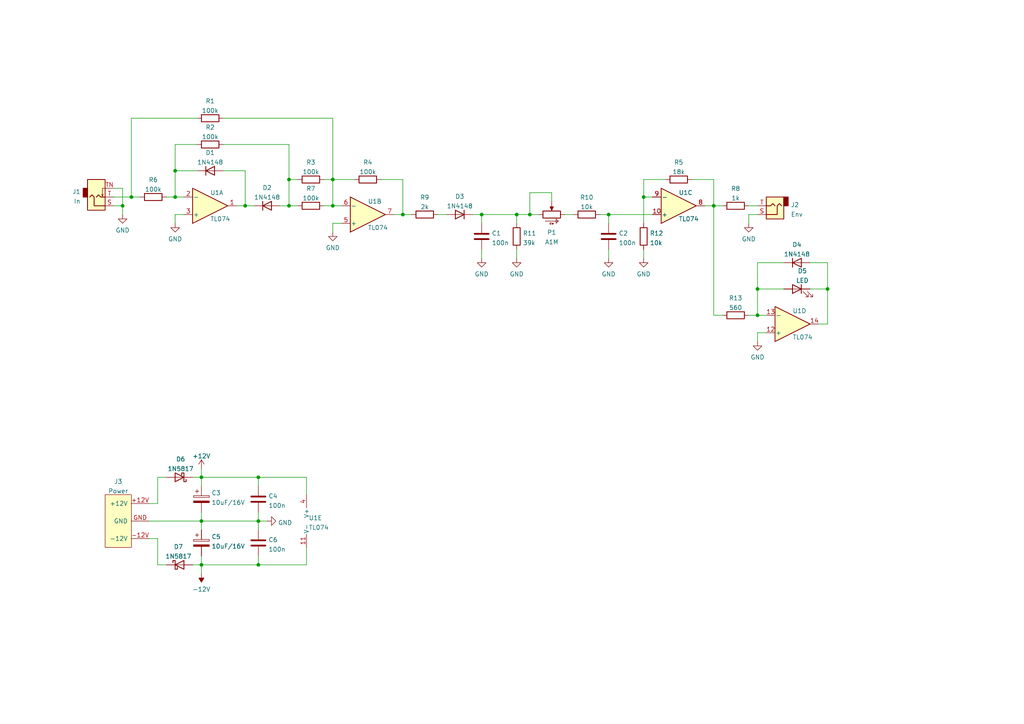
<source format=kicad_sch>
(kicad_sch (version 20211123) (generator eeschema)
  (paper "A4")
  (lib_symbols
    (symbol "Amplifier_Operational:TL074" (pin_names (offset 0.127))
      (property "Reference" "U" (at 0 5.08 0))
      (property "Value" "TL074" (at 0 -5.08 0))
      (symbol "TL074_1_1"
        (polyline (pts (xy -5.08 5.08) (xy 5.08 0) (xy -5.08 -5.08) (xy -5.08 5.08)) (stroke (width 0.254)) (fill (type background)))
        (pin output line (at 7.62 0 180) (length 2.54) (name "~") (number "1"))
        (pin input line (at -7.62 -2.54 0) (length 2.54) (name "-") (number "2"))
        (pin input line (at -7.62 2.54 0) (length 2.54) (name "+") (number "3"))
      )
      (symbol "TL074_2_1"
        (polyline (pts (xy -5.08 5.08) (xy 5.08 0) (xy -5.08 -5.08) (xy -5.08 5.08)) (stroke (width 0.254)) (fill (type background)))
        (pin input line (at -7.62 2.54 0) (length 2.54) (name "+") (number "5"))
        (pin input line (at -7.62 -2.54 0) (length 2.54) (name "-") (number "6"))
        (pin output line (at 7.62 0 180) (length 2.54) (name "~") (number "7"))
      )
      (symbol "TL074_3_1"
        (polyline (pts (xy -5.08 5.08) (xy 5.08 0) (xy -5.08 -5.08) (xy -5.08 5.08)) (stroke (width 0.254)) (fill (type background)))
        (pin input line (at -7.62 2.54 0) (length 2.54) (name "+") (number "10"))
        (pin output line (at 7.62 0 180) (length 2.54) (name "~") (number "8"))
        (pin input line (at -7.62 -2.54 0) (length 2.54) (name "-") (number "9"))
      )
      (symbol "TL074_4_1"
        (polyline (pts (xy -5.08 5.08) (xy 5.08 0) (xy -5.08 -5.08) (xy -5.08 5.08)) (stroke (width 0.254)) (fill (type background)))
        (pin input line (at -7.62 2.54 0) (length 2.54) (name "+") (number "12"))
        (pin input line (at -7.62 -2.54 0) (length 2.54) (name "-") (number "13"))
        (pin output line (at 7.62 0 180) (length 2.54) (name "~") (number "14"))
      )
      (symbol "TL074_5_1"
        (pin power_in line (at -2.54 -7.62 90) (length 3.81) (name "V-") (number "11"))
        (pin power_in line (at -2.54 7.62 270) (length 3.81) (name "V+") (number "4"))
      )
    )
    (symbol "Connector:AudioJack2"
      (property "Reference" "J" (at 0 8.89 0))
      (property "Value" "AudioJack2" (at 0 6.35 0))
      (symbol "AudioJack2_0_1"
        (rectangle (start -3.81 0) (end -2.54 -2.54) (stroke (width 0.254)) (fill (type outline)))
        (rectangle (start -2.54 3.81) (end 2.54 -2.54) (stroke (width 0.254)) (fill (type background)))
        (polyline (pts (xy 0 0) (xy 0.635 -0.635) (xy 1.27 0) (xy 2.54 0)) (stroke (width 0.254)))
        (polyline (pts (xy 2.54 2.54) (xy -0.635 2.54) (xy -0.635 0) (xy -1.27 -0.635) (xy -1.905 0)) (stroke (width 0.254)))
      )
      (symbol "AudioJack2_1_1"
        (pin passive line (at 5.08 2.54 180) (length 2.54) (name "~") (number "S"))
        (pin passive line (at 5.08 0 180) (length 2.54) (name "~") (number "T"))
      )
    )
    (symbol "Connector:AudioJack2_SwitchT"
      (property "Reference" "J" (at 0 8.89 0))
      (property "Value" "AudioJack2_SwitchT" (at 0 6.35 0))
      (symbol "AudioJack2_SwitchT_0_1"
        (rectangle (start -2.54 0) (end -3.81 -2.54) (stroke (width 0.254)) (fill (type outline)))
        (polyline (pts (xy 1.778 -0.254) (xy 2.032 -0.762)))
        (polyline (pts (xy 0 0) (xy 0.635 -0.635) (xy 1.27 0) (xy 2.54 0)) (stroke (width 0.254)))
        (polyline (pts (xy 2.54 -2.54) (xy 1.778 -2.54) (xy 1.778 -0.254) (xy 1.524 -0.762)))
        (polyline (pts (xy 2.54 2.54) (xy -0.635 2.54) (xy -0.635 0) (xy -1.27 -0.635) (xy -1.905 0)) (stroke (width 0.254)))
        (rectangle (start 2.54 3.81) (end -2.54 -5.08) (stroke (width 0.254)) (fill (type background)))
      )
      (symbol "AudioJack2_SwitchT_1_1"
        (pin passive line (at 5.08 2.54 180) (length 2.54) (name "~") (number "S"))
        (pin passive line (at 5.08 0 180) (length 2.54) (name "~") (number "T"))
        (pin passive line (at 5.08 -2.54 180) (length 2.54) (name "~") (number "TN"))
      )
    )
    (symbol "Device:C" (pin_numbers hide) (pin_names (offset 0.254))
      (property "Reference" "C" (at 0.635 2.54 0))
      (property "Value" "C" (at 0.635 -2.54 0))
      (symbol "C_0_1"
        (polyline (pts (xy -2.032 -0.762) (xy 2.032 -0.762)) (stroke (width 0.508)))
        (polyline (pts (xy -2.032 0.762) (xy 2.032 0.762)) (stroke (width 0.508)))
      )
      (symbol "C_1_1"
        (pin passive line (at 0 3.81 270) (length 2.794) (name "~") (number "1"))
        (pin passive line (at 0 -3.81 90) (length 2.794) (name "~") (number "2"))
      )
    )
    (symbol "Device:C_Polarized" (pin_numbers hide) (pin_names (offset 0.254))
      (property "Reference" "C" (at 0.635 2.54 0))
      (property "Value" "C_Polarized" (at 0.635 -2.54 0))
      (symbol "C_Polarized_0_1"
        (rectangle (start -2.286 0.508) (end 2.286 1.016))
        (polyline (pts (xy -1.778 2.286) (xy -0.762 2.286)))
        (polyline (pts (xy -1.27 2.794) (xy -1.27 1.778)))
        (rectangle (start 2.286 -0.508) (end -2.286 -1.016) (fill (type outline)))
      )
      (symbol "C_Polarized_1_1"
        (pin passive line (at 0 3.81 270) (length 2.794) (name "~") (number "1"))
        (pin passive line (at 0 -3.81 90) (length 2.794) (name "~") (number "2"))
      )
    )
    (symbol "Device:LED" (pin_numbers hide) (pin_names (offset 1.016) hide)
      (property "Reference" "D" (at 0 2.54 0))
      (property "Value" "LED" (at 0 -2.54 0))
      (symbol "LED_0_1"
        (polyline (pts (xy -1.27 -1.27) (xy -1.27 1.27)) (stroke (width 0.254)))
        (polyline (pts (xy -1.27 0) (xy 1.27 0)))
        (polyline (pts (xy 1.27 -1.27) (xy 1.27 1.27) (xy -1.27 0) (xy 1.27 -1.27)) (stroke (width 0.254)))
        (polyline (pts (xy -3.048 -0.762) (xy -4.572 -2.286) (xy -3.81 -2.286) (xy -4.572 -2.286) (xy -4.572 -1.524)))
        (polyline (pts (xy -1.778 -0.762) (xy -3.302 -2.286) (xy -2.54 -2.286) (xy -3.302 -2.286) (xy -3.302 -1.524)))
      )
      (symbol "LED_1_1"
        (pin passive line (at -3.81 0 0) (length 2.54) (name "K") (number "1"))
        (pin passive line (at 3.81 0 180) (length 2.54) (name "A") (number "2"))
      )
    )
    (symbol "Device:R" (pin_numbers hide) (pin_names (offset 0))
      (property "Reference" "R" (at 2.032 0 90))
      (property "Value" "R" (at 0 0 90))
      (symbol "R_0_1"
        (rectangle (start -1.016 -2.54) (end 1.016 2.54) (stroke (width 0.254)))
      )
      (symbol "R_1_1"
        (pin passive line (at 0 3.81 270) (length 1.27) (name "~") (number "1"))
        (pin passive line (at 0 -3.81 90) (length 1.27) (name "~") (number "2"))
      )
    )
    (symbol "Device_Additional:R_POT" (pin_names (offset 1.016))
      (property "Reference" "P" (at -5.715 0 90))
      (property "Value" "R_POT" (at -3.81 0 90))
      (symbol "R_POT_0_0"
        (text "cw" (at -2.54 0 900) (effects (font (size 0.635 0.635))))
      )
      (symbol "R_POT_0_1"
        (polyline (pts (xy -1.905 -1.905) (xy -1.905 1.905) (xy -2.54 1.27) (xy -1.27 1.27) (xy -1.905 1.905)))
      )
      (symbol "R_POT_1_1"
        (polyline (pts (xy 2.54 0) (xy 1.524 0)))
        (polyline (pts (xy 1.143 0) (xy 2.286 0.508) (xy 2.286 -0.508) (xy 1.143 0)) (fill (type outline)))
        (rectangle (start 1.016 2.54) (end -1.016 -2.54) (stroke (width 0.254)))
        (pin passive line (at 0 -3.81 90) (length 1.27) (name "CCW") (number "CCW"))
        (pin passive line (at 0 3.81 270) (length 1.27) (name "CW") (number "CW"))
        (pin passive line (at 3.81 0 180) (length 1.27) (name "W") (number "W"))
      )
    )
    (symbol "Diode:1N4148" (pin_numbers hide) (pin_names (offset 1.016) hide)
      (property "Reference" "D" (at 0 2.54 0))
      (property "Value" "1N4148" (at 0 -2.54 0))
      (symbol "1N4148_0_1"
        (polyline (pts (xy -1.27 1.27) (xy -1.27 -1.27)) (stroke (width 0.254)))
        (polyline (pts (xy 1.27 0) (xy -1.27 0)))
        (polyline (pts (xy 1.27 1.27) (xy 1.27 -1.27) (xy -1.27 0) (xy 1.27 1.27)) (stroke (width 0.254)))
      )
      (symbol "1N4148_1_1"
        (pin passive line (at -3.81 0 0) (length 2.54) (name "K") (number "1"))
        (pin passive line (at 3.81 0 180) (length 2.54) (name "A") (number "2"))
      )
    )
    (symbol "Diode:1N5817" (pin_numbers hide) (pin_names (offset 1.016) hide)
      (property "Reference" "D" (at 0 2.54 0))
      (property "Value" "1N5817" (at 0 -2.54 0))
      (symbol "1N5817_0_1"
        (polyline (pts (xy 1.27 0) (xy -1.27 0)))
        (polyline (pts (xy 1.27 1.27) (xy 1.27 -1.27) (xy -1.27 0) (xy 1.27 1.27)) (stroke (width 0.254)))
        (polyline (pts (xy -1.905 0.635) (xy -1.905 1.27) (xy -1.27 1.27) (xy -1.27 -1.27) (xy -0.635 -1.27) (xy -0.635 -0.635)) (stroke (width 0.254)))
      )
      (symbol "1N5817_1_1"
        (pin passive line (at -3.81 0 0) (length 2.54) (name "K") (number "1"))
        (pin passive line (at 3.81 0 180) (length 2.54) (name "A") (number "2"))
      )
    )
    (symbol "Eurorack_Synth:Power_2x5" (pin_names (offset 1.016))
      (property "Reference" "J" (at 0 10.16 0))
      (property "Value" "Power_2x5" (at 0 8.89 0))
      (symbol "Power_2x5_0_1"
        (rectangle (start 3.81 7.62) (end -3.81 -7.62) (fill (type background)))
      )
      (symbol "Power_2x5_1_1"
        (pin power_out line (at 8.89 5.08 180) (length 5.08) (name "+12V") (number "+12V"))
        (pin power_out line (at 8.89 -5.08 180) (length 5.08) (name "-12V") (number "-12V"))
        (pin power_out line (at 8.89 0 180) (length 5.08) (name "GND") (number "GND"))
      )
    )
    (symbol "power:+12V" (power) (pin_names (offset 0))
      (property "Value" "+12V" (at 0 3.556 0))
      (symbol "+12V_0_1"
        (polyline (pts (xy -0.762 1.27) (xy 0 2.54)))
        (polyline (pts (xy 0 0) (xy 0 2.54)))
        (polyline (pts (xy 0 2.54) (xy 0.762 1.27)))
      )
      (symbol "+12V_1_1"
        (pin power_in line (at 0 0 90) (length 0) hide (name "+12V") (number "1"))
      )
    )
    (symbol "power:-12V" (power) (pin_names (offset 0))
      (property "Value" "-12V" (at 0 3.81 0))
      (symbol "-12V_0_0"
        (pin power_in line (at 0 0 90) (length 0) hide (name "-12V") (number "1"))
      )
      (symbol "-12V_0_1"
        (polyline (pts (xy 0 0) (xy 0 1.27) (xy 0.762 1.27) (xy 0 2.54) (xy -0.762 1.27) (xy 0 1.27)) (fill (type outline)))
      )
    )
    (symbol "power:GND" (power) (pin_names (offset 0))
      (property "Value" "GND" (at 0 -3.81 0))
      (symbol "GND_0_1"
        (polyline (pts (xy 0 0) (xy 0 -1.27) (xy 1.27 -1.27) (xy 0 -2.54) (xy -1.27 -1.27) (xy 0 -1.27)))
      )
      (symbol "GND_1_1"
        (pin power_in line (at 0 0 270) (length 0) hide (name "GND") (number "1"))
      )
    )
  )
  (junction (at 71.12 59.69))
  (junction (at 74.93 138.43))
  (junction (at 139.7 62.23))
  (junction (at 74.93 163.83))
  (junction (at 219.71 91.44))
  (junction (at 50.8 57.15))
  (junction (at 58.42 151.13))
  (junction (at 50.8 49.53))
  (junction (at 176.53 62.23))
  (junction (at 83.82 59.69))
  (junction (at 207.01 59.69))
  (junction (at 58.42 163.83))
  (junction (at 38.1 57.15))
  (junction (at 149.86 62.23))
  (junction (at 153.67 62.23))
  (junction (at 96.52 59.69))
  (junction (at 240.03 83.82))
  (junction (at 186.69 57.15))
  (junction (at 58.42 138.43))
  (junction (at 83.82 52.07))
  (junction (at 74.93 151.13))
  (junction (at 35.56 59.69))
  (junction (at 96.52 52.07))
  (junction (at 116.84 62.23))
  (junction (at 219.71 83.82))
  (wire (pts (xy 207.01 59.69) (xy 207.01 91.44)))
  (wire (pts (xy 176.53 62.23) (xy 176.53 64.77)))
  (wire (pts (xy 193.04 52.07) (xy 186.69 52.07)))
  (wire (pts (xy 83.82 59.69) (xy 86.36 59.69)))
  (wire (pts (xy 237.49 93.98) (xy 240.03 93.98)))
  (wire (pts (xy 207.01 52.07) (xy 207.01 59.69)))
  (wire (pts (xy 186.69 57.15) (xy 186.69 64.77)))
  (wire (pts (xy 219.71 91.44) (xy 222.25 91.44)))
  (wire (pts (xy 217.17 62.23) (xy 217.17 64.77)))
  (wire (pts (xy 45.72 163.83) (xy 48.26 163.83)))
  (wire (pts (xy 74.93 163.83) (xy 88.9 163.83)))
  (wire (pts (xy 217.17 59.69) (xy 219.71 59.69)))
  (wire (pts (xy 74.93 148.59) (xy 74.93 151.13)))
  (wire (pts (xy 96.52 59.69) (xy 99.06 59.69)))
  (wire (pts (xy 38.1 57.15) (xy 40.64 57.15)))
  (wire (pts (xy 139.7 72.39) (xy 139.7 74.93)))
  (wire (pts (xy 43.18 156.21) (xy 45.72 156.21)))
  (wire (pts (xy 149.86 62.23) (xy 149.86 64.77)))
  (wire (pts (xy 45.72 156.21) (xy 45.72 163.83)))
  (wire (pts (xy 58.42 135.89) (xy 58.42 138.43)))
  (wire (pts (xy 71.12 59.69) (xy 73.66 59.69)))
  (wire (pts (xy 116.84 52.07) (xy 116.84 62.23)))
  (wire (pts (xy 219.71 96.52) (xy 219.71 99.06)))
  (wire (pts (xy 43.18 146.05) (xy 45.72 146.05)))
  (wire (pts (xy 74.93 151.13) (xy 77.47 151.13)))
  (wire (pts (xy 110.49 52.07) (xy 116.84 52.07)))
  (wire (pts (xy 240.03 76.2) (xy 240.03 83.82)))
  (wire (pts (xy 219.71 96.52) (xy 222.25 96.52)))
  (wire (pts (xy 234.95 76.2) (xy 240.03 76.2)))
  (wire (pts (xy 88.9 163.83) (xy 88.9 158.75)))
  (wire (pts (xy 149.86 62.23) (xy 153.67 62.23)))
  (wire (pts (xy 114.3 62.23) (xy 116.84 62.23)))
  (wire (pts (xy 58.42 163.83) (xy 58.42 166.37)))
  (wire (pts (xy 33.02 59.69) (xy 35.56 59.69)))
  (wire (pts (xy 33.02 54.61) (xy 35.56 54.61)))
  (wire (pts (xy 83.82 41.91) (xy 83.82 52.07)))
  (wire (pts (xy 173.99 62.23) (xy 176.53 62.23)))
  (wire (pts (xy 99.06 64.77) (xy 96.52 64.77)))
  (wire (pts (xy 209.55 91.44) (xy 207.01 91.44)))
  (wire (pts (xy 58.42 138.43) (xy 74.93 138.43)))
  (wire (pts (xy 74.93 138.43) (xy 88.9 138.43)))
  (wire (pts (xy 58.42 163.83) (xy 74.93 163.83)))
  (wire (pts (xy 240.03 83.82) (xy 240.03 93.98)))
  (wire (pts (xy 93.98 52.07) (xy 96.52 52.07)))
  (wire (pts (xy 149.86 72.39) (xy 149.86 74.93)))
  (wire (pts (xy 139.7 62.23) (xy 139.7 64.77)))
  (wire (pts (xy 50.8 49.53) (xy 50.8 57.15)))
  (wire (pts (xy 217.17 91.44) (xy 219.71 91.44)))
  (wire (pts (xy 45.72 146.05) (xy 45.72 138.43)))
  (wire (pts (xy 207.01 59.69) (xy 204.47 59.69)))
  (wire (pts (xy 186.69 72.39) (xy 186.69 74.93)))
  (wire (pts (xy 45.72 138.43) (xy 48.26 138.43)))
  (wire (pts (xy 96.52 64.77) (xy 96.52 67.31)))
  (wire (pts (xy 163.83 62.23) (xy 166.37 62.23)))
  (wire (pts (xy 96.52 52.07) (xy 96.52 59.69)))
  (wire (pts (xy 58.42 161.29) (xy 58.42 163.83)))
  (wire (pts (xy 96.52 52.07) (xy 102.87 52.07)))
  (wire (pts (xy 219.71 76.2) (xy 219.71 83.82)))
  (wire (pts (xy 176.53 62.23) (xy 189.23 62.23)))
  (wire (pts (xy 50.8 49.53) (xy 50.8 41.91)))
  (wire (pts (xy 64.77 49.53) (xy 71.12 49.53)))
  (wire (pts (xy 219.71 62.23) (xy 217.17 62.23)))
  (wire (pts (xy 64.77 34.29) (xy 96.52 34.29)))
  (wire (pts (xy 48.26 57.15) (xy 50.8 57.15)))
  (wire (pts (xy 81.28 59.69) (xy 83.82 59.69)))
  (wire (pts (xy 96.52 34.29) (xy 96.52 52.07)))
  (wire (pts (xy 219.71 91.44) (xy 219.71 83.82)))
  (wire (pts (xy 219.71 83.82) (xy 227.33 83.82)))
  (wire (pts (xy 58.42 138.43) (xy 58.42 140.97)))
  (wire (pts (xy 176.53 72.39) (xy 176.53 74.93)))
  (wire (pts (xy 116.84 62.23) (xy 119.38 62.23)))
  (wire (pts (xy 189.23 57.15) (xy 186.69 57.15)))
  (wire (pts (xy 83.82 52.07) (xy 83.82 59.69)))
  (wire (pts (xy 71.12 59.69) (xy 68.58 59.69)))
  (wire (pts (xy 74.93 138.43) (xy 74.93 140.97)))
  (wire (pts (xy 127 62.23) (xy 129.54 62.23)))
  (wire (pts (xy 50.8 62.23) (xy 50.8 64.77)))
  (wire (pts (xy 58.42 148.59) (xy 58.42 151.13)))
  (wire (pts (xy 160.02 55.88) (xy 153.67 55.88)))
  (wire (pts (xy 160.02 58.42) (xy 160.02 55.88)))
  (wire (pts (xy 74.93 163.83) (xy 74.93 161.29)))
  (wire (pts (xy 234.95 83.82) (xy 240.03 83.82)))
  (wire (pts (xy 58.42 151.13) (xy 58.42 153.67)))
  (wire (pts (xy 88.9 138.43) (xy 88.9 143.51)))
  (wire (pts (xy 57.15 49.53) (xy 50.8 49.53)))
  (wire (pts (xy 207.01 59.69) (xy 209.55 59.69)))
  (wire (pts (xy 58.42 151.13) (xy 74.93 151.13)))
  (wire (pts (xy 55.88 163.83) (xy 58.42 163.83)))
  (wire (pts (xy 38.1 34.29) (xy 38.1 57.15)))
  (wire (pts (xy 35.56 59.69) (xy 35.56 62.23)))
  (wire (pts (xy 35.56 54.61) (xy 35.56 59.69)))
  (wire (pts (xy 55.88 138.43) (xy 58.42 138.43)))
  (wire (pts (xy 139.7 62.23) (xy 149.86 62.23)))
  (wire (pts (xy 64.77 41.91) (xy 83.82 41.91)))
  (wire (pts (xy 153.67 55.88) (xy 153.67 62.23)))
  (wire (pts (xy 33.02 57.15) (xy 38.1 57.15)))
  (wire (pts (xy 57.15 34.29) (xy 38.1 34.29)))
  (wire (pts (xy 227.33 76.2) (xy 219.71 76.2)))
  (wire (pts (xy 186.69 52.07) (xy 186.69 57.15)))
  (wire (pts (xy 53.34 62.23) (xy 50.8 62.23)))
  (wire (pts (xy 50.8 41.91) (xy 57.15 41.91)))
  (wire (pts (xy 93.98 59.69) (xy 96.52 59.69)))
  (wire (pts (xy 83.82 52.07) (xy 86.36 52.07)))
  (wire (pts (xy 71.12 49.53) (xy 71.12 59.69)))
  (wire (pts (xy 200.66 52.07) (xy 207.01 52.07)))
  (wire (pts (xy 50.8 57.15) (xy 53.34 57.15)))
  (wire (pts (xy 43.18 151.13) (xy 58.42 151.13)))
  (wire (pts (xy 74.93 151.13) (xy 74.93 153.67)))
  (wire (pts (xy 153.67 62.23) (xy 156.21 62.23)))
  (wire (pts (xy 137.16 62.23) (xy 139.7 62.23)))
  (symbol (lib_id "Device:R") (at 90.17 52.07 90) (unit 1)
    (property "Reference" "R3" (at 90.17 47.0875 90))
    (property "Value" "100k" (at 90.17 49.8626 90))
    (property "Footprint" "Resistor_THT:R_Axial_DIN0207_L6.3mm_D2.5mm_P7.62mm_Horizontal" (effects hide))
  )
  (symbol (lib_id "power:GND") (at 96.52 67.31 0) (unit 1)
    (property "Reference" "#PWR04" (effects hide))
    (property "Value" "GND" (at 96.52 71.8725 0))
  )
  (symbol (lib_id "Device_Additional:R_POT") (at 160.02 62.23 270) (mirror x) (unit 1)
    (property "Reference" "P1" (at 160.02 67.4228 90))
    (property "Value" "A1M" (at 160.02 70.1979 90))
    (property "Footprint" "Potentiometer_THT_Additional:Potentiometer_AlpsAlpine_RK0971110" (effects hide))
  )
  (symbol (lib_id "Device:C") (at 74.93 157.48 0) (unit 1)
    (property "Reference" "C6" (at 77.851 156.5715 0) (effects (justify left)))
    (property "Value" "100n" (at 77.851 159.3466 0) (effects (justify left)))
    (property "Footprint" "Capacitor_THT:C_Disc_D4.7mm_W2.5mm_P5.00mm" (effects hide))
  )
  (symbol (lib_id "Amplifier_Operational:TL074") (at 86.36 151.13 0) (mirror y) (unit 5)
    (property "Reference" "U1" (at 89.535 150.2215 0) (effects (justify right)))
    (property "Value" "TL074" (at 89.535 152.9966 0) (effects (justify right)))
    (property "Footprint" "Package_DIP:DIP-14_W7.62mm_LongPads" (effects hide))
    (property "Datasheet" "http://www.ti.com/lit/ds/symlink/tl071.pdf" (effects hide))
  )
  (symbol (lib_id "Connector:AudioJack2_SwitchT") (at 27.94 57.15 0) (mirror x) (unit 1)
    (property "Reference" "J1" (at 23.368 55.6065 0) (effects (justify right)))
    (property "Value" "In" (at 23.368 58.3816 0) (effects (justify right)))
    (property "Footprint" "Connector_Audio_QingPu:Jack_3.5mm_QingPu_WQP-PJ323M" (effects hide))
  )
  (symbol (lib_id "Diode:1N4148") (at 231.14 76.2 0) (unit 1)
    (property "Reference" "D4" (at 231.14 70.9635 0))
    (property "Value" "1N4148" (at 231.14 73.7386 0))
    (property "Footprint" "Diode_THT:D_DO-35_SOD27_P7.62mm_Horizontal" (effects hide))
    (property "Datasheet" "https://assets.nexperia.com/documents/data-sheet/1N4148_1N4448.pdf" (effects hide))
  )
  (symbol (lib_id "Device:R") (at 170.18 62.23 90) (unit 1)
    (property "Reference" "R10" (at 170.18 57.2475 90))
    (property "Value" "10k" (at 170.18 60.0226 90))
    (property "Footprint" "Resistor_THT:R_Axial_DIN0207_L6.3mm_D2.5mm_P7.62mm_Horizontal" (effects hide))
  )
  (symbol (lib_id "Device:R") (at 149.86 68.58 180) (unit 1)
    (property "Reference" "R11" (at 151.638 67.6715 0) (effects (justify right)))
    (property "Value" "39k" (at 151.638 70.4466 0) (effects (justify right)))
    (property "Footprint" "Resistor_THT:R_Axial_DIN0207_L6.3mm_D2.5mm_P7.62mm_Horizontal" (effects hide))
  )
  (symbol (lib_id "Device:R") (at 213.36 59.69 90) (unit 1)
    (property "Reference" "R8" (at 213.36 54.7075 90))
    (property "Value" "1k" (at 213.36 57.4826 90))
    (property "Footprint" "Resistor_THT:R_Axial_DIN0207_L6.3mm_D2.5mm_P7.62mm_Horizontal" (effects hide))
  )
  (symbol (lib_id "power:GND") (at 149.86 74.93 0) (unit 1)
    (property "Reference" "#PWR06" (effects hide))
    (property "Value" "GND" (at 149.86 79.4925 0))
  )
  (symbol (lib_id "Device:C_Polarized") (at 58.42 144.78 0) (unit 1)
    (property "Reference" "C3" (at 61.341 142.9825 0) (effects (justify left)))
    (property "Value" "10uF/16V" (at 61.341 145.7576 0) (effects (justify left)))
    (property "Footprint" "Capacitor_THT:CP_Radial_D5.0mm_P2.00mm" (effects hide))
  )
  (symbol (lib_id "Device:R") (at 44.45 57.15 90) (unit 1)
    (property "Reference" "R6" (at 44.45 52.1675 90))
    (property "Value" "100k" (at 44.45 54.9426 90))
    (property "Footprint" "Resistor_THT:R_Axial_DIN0207_L6.3mm_D2.5mm_P7.62mm_Horizontal" (effects hide))
  )
  (symbol (lib_id "power:GND") (at 50.8 64.77 0) (unit 1)
    (property "Reference" "#PWR02" (effects hide))
    (property "Value" "GND" (at 50.8 69.3325 0))
  )
  (symbol (lib_id "Diode:1N4148") (at 60.96 49.53 0) (unit 1)
    (property "Reference" "D1" (at 60.96 44.2935 0))
    (property "Value" "1N4148" (at 60.96 47.0686 0))
    (property "Footprint" "Diode_THT:D_DO-35_SOD27_P7.62mm_Horizontal" (effects hide))
    (property "Datasheet" "https://assets.nexperia.com/documents/data-sheet/1N4148_1N4448.pdf" (effects hide))
  )
  (symbol (lib_id "Diode:1N5817") (at 52.07 163.83 0) (unit 1)
    (property "Reference" "D7" (at 51.7525 158.5935 0))
    (property "Value" "1N5817" (at 51.7525 161.3686 0))
    (property "Footprint" "Diode_THT:D_DO-41_SOD81_P10.16mm_Horizontal" (effects hide))
    (property "Datasheet" "http://www.vishay.com/docs/88525/1n5817.pdf" (effects hide))
  )
  (symbol (lib_id "Device:R") (at 186.69 68.58 180) (unit 1)
    (property "Reference" "R12" (at 188.468 67.6715 0) (effects (justify right)))
    (property "Value" "10k" (at 188.468 70.4466 0) (effects (justify right)))
    (property "Footprint" "Resistor_THT:R_Axial_DIN0207_L6.3mm_D2.5mm_P7.62mm_Horizontal" (effects hide))
  )
  (symbol (lib_id "Device:LED") (at 231.14 83.82 0) (mirror y) (unit 1)
    (property "Reference" "D5" (at 232.7275 78.5835 0))
    (property "Value" "LED" (at 232.7275 81.3586 0))
    (property "Footprint" "LED_THT:LED_D3.0mm_Horizontal_O1.27mm_Z10.0mm" (effects hide))
  )
  (symbol (lib_id "Device:R") (at 196.85 52.07 90) (unit 1)
    (property "Reference" "R5" (at 196.85 47.0875 90))
    (property "Value" "18k" (at 196.85 49.8626 90))
    (property "Footprint" "Resistor_THT:R_Axial_DIN0207_L6.3mm_D2.5mm_P7.62mm_Horizontal" (effects hide))
  )
  (symbol (lib_id "Device:C") (at 74.93 144.78 0) (unit 1)
    (property "Reference" "C4" (at 77.851 143.8715 0) (effects (justify left)))
    (property "Value" "100n" (at 77.851 146.6466 0) (effects (justify left)))
    (property "Footprint" "Capacitor_THT:C_Disc_D4.7mm_W2.5mm_P5.00mm" (effects hide))
  )
  (symbol (lib_id "Device:R") (at 90.17 59.69 90) (unit 1)
    (property "Reference" "R7" (at 90.17 54.7075 90))
    (property "Value" "100k" (at 90.17 57.4826 90))
    (property "Footprint" "Resistor_THT:R_Axial_DIN0207_L6.3mm_D2.5mm_P7.62mm_Horizontal" (effects hide))
  )
  (symbol (lib_id "Device:R") (at 60.96 41.91 90) (unit 1)
    (property "Reference" "R2" (at 60.96 36.9275 90))
    (property "Value" "100k" (at 60.96 39.7026 90))
    (property "Footprint" "Resistor_THT:R_Axial_DIN0207_L6.3mm_D2.5mm_P7.62mm_Horizontal" (effects hide))
  )
  (symbol (lib_id "Connector:AudioJack2") (at 224.79 59.69 180) (unit 1)
    (property "Reference" "J2" (at 229.362 59.4165 0) (effects (justify right)))
    (property "Value" "Env" (at 229.362 62.1916 0) (effects (justify right)))
    (property "Footprint" "Connector_Audio_QingPu:Jack_3.5mm_QingPu_WQP-PJ323M" (effects hide))
  )
  (symbol (lib_id "power:GND") (at 186.69 74.93 0) (unit 1)
    (property "Reference" "#PWR08" (effects hide))
    (property "Value" "GND" (at 186.69 79.4925 0))
  )
  (symbol (lib_id "Diode:1N4148") (at 77.47 59.69 0) (unit 1)
    (property "Reference" "D2" (at 77.47 54.4535 0))
    (property "Value" "1N4148" (at 77.47 57.2286 0))
    (property "Footprint" "Diode_THT:D_DO-35_SOD27_P7.62mm_Horizontal" (effects hide))
    (property "Datasheet" "https://assets.nexperia.com/documents/data-sheet/1N4148_1N4448.pdf" (effects hide))
  )
  (symbol (lib_id "power:GND") (at 176.53 74.93 0) (unit 1)
    (property "Reference" "#PWR07" (effects hide))
    (property "Value" "GND" (at 176.53 79.4925 0))
  )
  (symbol (lib_id "Device:R") (at 123.19 62.23 90) (unit 1)
    (property "Reference" "R9" (at 123.19 57.2475 90))
    (property "Value" "2k" (at 123.19 60.0226 90))
    (property "Footprint" "Resistor_THT:R_Axial_DIN0207_L6.3mm_D2.5mm_P7.62mm_Horizontal" (effects hide))
  )
  (symbol (lib_id "Device:C") (at 139.7 68.58 0) (unit 1)
    (property "Reference" "C1" (at 142.621 67.6715 0) (effects (justify left)))
    (property "Value" "100n" (at 142.621 70.4466 0) (effects (justify left)))
    (property "Footprint" "Capacitor_THT:C_Disc_D4.7mm_W2.5mm_P5.00mm" (effects hide))
  )
  (symbol (lib_id "power:+12V") (at 58.42 135.89 0) (unit 1)
    (property "Reference" "#PWR010" (effects hide))
    (property "Value" "+12V" (at 58.42 132.2855 0))
  )
  (symbol (lib_id "power:GND") (at 77.47 151.13 90) (unit 1)
    (property "Reference" "#PWR011" (effects hide))
    (property "Value" "GND" (at 80.645 151.609 90) (effects (justify right)))
  )
  (symbol (lib_id "Device:R") (at 60.96 34.29 90) (unit 1)
    (property "Reference" "R1" (at 60.96 29.3075 90))
    (property "Value" "100k" (at 60.96 32.0826 90))
    (property "Footprint" "Resistor_THT:R_Axial_DIN0207_L6.3mm_D2.5mm_P7.62mm_Horizontal" (effects hide))
  )
  (symbol (lib_id "Amplifier_Operational:TL074") (at 106.68 62.23 0) (mirror x) (unit 2)
    (property "Reference" "U1" (at 106.68 58.42 0) (effects (justify left)))
    (property "Value" "TL074" (at 106.68 66.04 0) (effects (justify left)))
    (property "Footprint" "Package_DIP:DIP-14_W7.62mm_LongPads" (effects hide))
    (property "Datasheet" "http://www.ti.com/lit/ds/symlink/tl071.pdf" (effects hide))
  )
  (symbol (lib_id "Device:R") (at 106.68 52.07 90) (unit 1)
    (property "Reference" "R4" (at 106.68 47.0875 90))
    (property "Value" "100k" (at 106.68 49.8626 90))
    (property "Footprint" "Resistor_THT:R_Axial_DIN0207_L6.3mm_D2.5mm_P7.62mm_Horizontal" (effects hide))
  )
  (symbol (lib_id "Amplifier_Operational:TL074") (at 60.96 59.69 0) (mirror x) (unit 1)
    (property "Reference" "U1" (at 60.96 55.88 0) (effects (justify left)))
    (property "Value" "TL074" (at 60.96 63.5 0) (effects (justify left)))
    (property "Footprint" "Package_DIP:DIP-14_W7.62mm_LongPads" (effects hide))
    (property "Datasheet" "http://www.ti.com/lit/ds/symlink/tl071.pdf" (effects hide))
  )
  (symbol (lib_id "Device:C") (at 176.53 68.58 0) (unit 1)
    (property "Reference" "C2" (at 179.451 67.6715 0) (effects (justify left)))
    (property "Value" "100n" (at 179.451 70.4466 0) (effects (justify left)))
    (property "Footprint" "Capacitor_THT:C_Disc_D4.7mm_W2.5mm_P5.00mm" (effects hide))
  )
  (symbol (lib_id "power:-12V") (at 58.42 166.37 180) (unit 1)
    (property "Reference" "#PWR012" (effects hide))
    (property "Value" "-12V" (at 58.42 170.9325 0))
  )
  (symbol (lib_id "Amplifier_Operational:TL074") (at 196.85 59.69 0) (mirror x) (unit 3)
    (property "Reference" "U1" (at 196.85 55.88 0) (effects (justify left)))
    (property "Value" "TL074" (at 196.85 63.5 0) (effects (justify left)))
    (property "Footprint" "Package_DIP:DIP-14_W7.62mm_LongPads" (effects hide))
    (property "Datasheet" "http://www.ti.com/lit/ds/symlink/tl071.pdf" (effects hide))
  )
  (symbol (lib_id "power:GND") (at 139.7 74.93 0) (unit 1)
    (property "Reference" "#PWR05" (effects hide))
    (property "Value" "GND" (at 139.7 79.4925 0))
  )
  (symbol (lib_id "power:GND") (at 217.17 64.77 0) (unit 1)
    (property "Reference" "#PWR03" (effects hide))
    (property "Value" "GND" (at 217.17 69.3325 0))
  )
  (symbol (lib_id "Diode:1N4148") (at 133.35 62.23 180) (unit 1)
    (property "Reference" "D3" (at 133.35 56.9935 0))
    (property "Value" "1N4148" (at 133.35 59.7686 0))
    (property "Footprint" "Diode_THT:D_DO-35_SOD27_P7.62mm_Horizontal" (effects hide))
    (property "Datasheet" "https://assets.nexperia.com/documents/data-sheet/1N4148_1N4448.pdf" (effects hide))
  )
  (symbol (lib_id "Amplifier_Operational:TL074") (at 229.87 93.98 0) (mirror x) (unit 4)
    (property "Reference" "U1" (at 229.87 90.17 0) (effects (justify left)))
    (property "Value" "TL074" (at 229.87 97.79 0) (effects (justify left)))
    (property "Footprint" "Package_DIP:DIP-14_W7.62mm_LongPads" (effects hide))
    (property "Datasheet" "http://www.ti.com/lit/ds/symlink/tl071.pdf" (effects hide))
  )
  (symbol (lib_id "power:GND") (at 35.56 62.23 0) (unit 1)
    (property "Reference" "#PWR01" (effects hide))
    (property "Value" "GND" (at 35.56 66.7925 0))
  )
  (symbol (lib_id "power:GND") (at 219.71 99.06 0) (unit 1)
    (property "Reference" "#PWR09" (effects hide))
    (property "Value" "GND" (at 219.71 103.6225 0))
  )
  (symbol (lib_id "Eurorack_Synth:Power_2x5") (at 34.29 151.13 0) (unit 1)
    (property "Reference" "J3" (at 34.29 139.6705 0))
    (property "Value" "Power" (at 34.29 142.4456 0))
    (property "Footprint" "CATs_Eurosynth_Specials:Power_2x5_Vertical" (effects hide))
  )
  (symbol (lib_id "Device:C_Polarized") (at 58.42 157.48 0) (unit 1)
    (property "Reference" "C5" (at 61.341 155.6825 0) (effects (justify left)))
    (property "Value" "10uF/16V" (at 61.341 158.4576 0) (effects (justify left)))
    (property "Footprint" "Capacitor_THT:CP_Radial_D5.0mm_P2.00mm" (effects hide))
  )
  (symbol (lib_id "Diode:1N5817") (at 52.07 138.43 180) (unit 1)
    (property "Reference" "D6" (at 52.3875 133.1935 0))
    (property "Value" "1N5817" (at 52.3875 135.9686 0))
    (property "Footprint" "Diode_THT:D_DO-41_SOD81_P10.16mm_Horizontal" (effects hide))
    (property "Datasheet" "http://www.vishay.com/docs/88525/1n5817.pdf" (effects hide))
  )
  (symbol (lib_id "Device:R") (at 213.36 91.44 90) (unit 1)
    (property "Reference" "R13" (at 213.36 86.4575 90))
    (property "Value" "560" (at 213.36 89.2326 90))
    (property "Footprint" "Resistor_THT:R_Axial_DIN0207_L6.3mm_D2.5mm_P7.62mm_Horizontal" (effects hide))
  )
)
</source>
